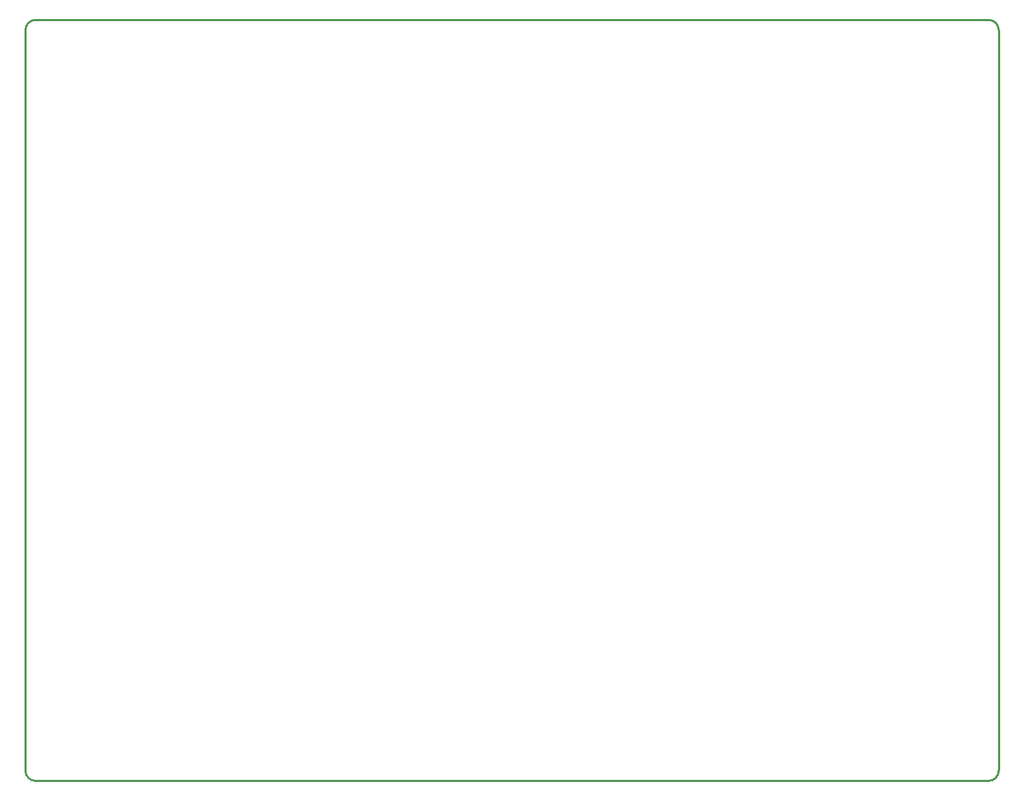
<source format=gbo>
G04 Layer_Color=32896*
%FSLAX44Y44*%
%MOMM*%
G71*
G01*
G75*
%ADD11C,0.2540*%
D11*
X1593000Y1218300D02*
G03*
X1580300Y1231000I-12700J0D01*
G01*
X396200D02*
G03*
X383500Y1218300I0J-12700D01*
G01*
Y297700D02*
G03*
X396200Y285000I12700J0D01*
G01*
X1580300D02*
G03*
X1593000Y297700I0J12700D01*
G01*
Y1218300D01*
X396200Y1231000D02*
X1580300D01*
X383500Y297700D02*
Y1218300D01*
X396200Y285000D02*
X500500D01*
X499750D02*
X1580300D01*
M02*

</source>
